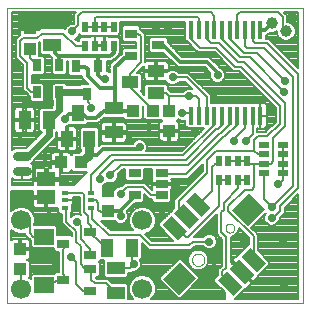
<source format=gtl>
G75*
G70*
%OFA0B0*%
%FSLAX24Y24*%
%IPPOS*%
%LPD*%
%AMOC8*
5,1,8,0,0,1.08239X$1,22.5*
%
%ADD10C,0.0000*%
%ADD11R,0.0728X0.0433*%
%ADD12R,0.0748X0.0787*%
%ADD13C,0.0669*%
%ADD14R,0.0276X0.0394*%
%ADD15R,0.0394X0.0420*%
%ADD16R,0.0591X0.0433*%
%ADD17R,0.0315X0.0394*%
%ADD18R,0.0394X0.0551*%
%ADD19R,0.0420X0.0394*%
%ADD20R,0.0433X0.0591*%
%ADD21R,0.0236X0.0157*%
%ADD22R,0.0394X0.0276*%
%ADD23R,0.0157X0.0591*%
%ADD24R,0.0394X0.0315*%
%ADD25R,0.0551X0.0394*%
%ADD26R,0.0197X0.0354*%
%ADD27R,0.0354X0.0197*%
%ADD28C,0.0315*%
%ADD29R,0.0670X0.0550*%
%ADD30R,0.0630X0.0460*%
%ADD31C,0.0079*%
%ADD32C,0.0276*%
%ADD33C,0.0063*%
%ADD34C,0.0394*%
%ADD35C,0.0118*%
%ADD36C,0.0236*%
%ADD37C,0.0071*%
D10*
X000841Y000938D02*
X000841Y010780D01*
X010684Y010780D01*
X010684Y000938D01*
X000841Y000938D01*
X006995Y002377D02*
X006997Y002405D01*
X007003Y002433D01*
X007012Y002459D01*
X007025Y002485D01*
X007041Y002508D01*
X007061Y002528D01*
X007083Y002546D01*
X007107Y002561D01*
X007133Y002572D01*
X007160Y002580D01*
X007188Y002584D01*
X007216Y002584D01*
X007244Y002580D01*
X007271Y002572D01*
X007297Y002561D01*
X007321Y002546D01*
X007343Y002528D01*
X007363Y002508D01*
X007379Y002485D01*
X007392Y002459D01*
X007401Y002433D01*
X007407Y002405D01*
X007409Y002377D01*
X007407Y002349D01*
X007401Y002321D01*
X007392Y002295D01*
X007379Y002269D01*
X007363Y002246D01*
X007343Y002226D01*
X007321Y002208D01*
X007297Y002193D01*
X007271Y002182D01*
X007244Y002174D01*
X007216Y002170D01*
X007188Y002170D01*
X007160Y002174D01*
X007133Y002182D01*
X007107Y002193D01*
X007083Y002208D01*
X007061Y002226D01*
X007041Y002246D01*
X007025Y002269D01*
X007012Y002295D01*
X007003Y002321D01*
X006997Y002349D01*
X006995Y002377D01*
X008112Y003435D02*
X008114Y003459D01*
X008120Y003482D01*
X008129Y003504D01*
X008142Y003524D01*
X008157Y003542D01*
X008176Y003557D01*
X008197Y003569D01*
X008219Y003577D01*
X008242Y003582D01*
X008266Y003583D01*
X008290Y003580D01*
X008312Y003573D01*
X008334Y003563D01*
X008354Y003550D01*
X008371Y003533D01*
X008385Y003514D01*
X008396Y003493D01*
X008404Y003470D01*
X008408Y003447D01*
X008408Y003423D01*
X008404Y003400D01*
X008396Y003377D01*
X008385Y003356D01*
X008371Y003337D01*
X008354Y003320D01*
X008334Y003307D01*
X008312Y003297D01*
X008290Y003290D01*
X008266Y003287D01*
X008242Y003288D01*
X008219Y003293D01*
X008197Y003301D01*
X008176Y003313D01*
X008157Y003328D01*
X008142Y003346D01*
X008129Y003366D01*
X008120Y003388D01*
X008114Y003411D01*
X008112Y003435D01*
D11*
G36*
X007299Y003812D02*
X006785Y004326D01*
X007091Y004632D01*
X007605Y004118D01*
X007299Y003812D01*
G37*
G36*
X006909Y003422D02*
X006395Y003936D01*
X006701Y004242D01*
X007215Y003728D01*
X006909Y003422D01*
G37*
G36*
X006520Y003032D02*
X006006Y003546D01*
X006312Y003852D01*
X006826Y003338D01*
X006520Y003032D01*
G37*
G36*
X008371Y001181D02*
X007857Y001695D01*
X008163Y002001D01*
X008677Y001487D01*
X008371Y001181D01*
G37*
G36*
X008761Y001571D02*
X008247Y002085D01*
X008553Y002391D01*
X009067Y001877D01*
X008761Y001571D01*
G37*
G36*
X009150Y001960D02*
X008636Y002474D01*
X008942Y002780D01*
X009456Y002266D01*
X009150Y001960D01*
G37*
D12*
G36*
X008868Y003514D02*
X008339Y004043D01*
X008894Y004598D01*
X009423Y004069D01*
X008868Y003514D01*
G37*
G36*
X006568Y001215D02*
X006039Y001744D01*
X006594Y002299D01*
X007123Y001770D01*
X006568Y001215D01*
G37*
D13*
X005339Y001410D03*
X005339Y003694D03*
X001304Y003694D03*
X001304Y001410D03*
D14*
X001830Y007958D03*
X002204Y007958D03*
X002578Y007958D03*
X002578Y008863D03*
X001830Y008863D03*
D15*
X001589Y009422D03*
X001589Y010091D03*
X006235Y007335D03*
X006235Y006666D03*
X004188Y004658D03*
X004188Y003989D03*
X001274Y002729D03*
X001274Y002060D03*
D16*
X004463Y002099D03*
X004463Y001272D03*
X004385Y006627D03*
X004385Y007454D03*
X002337Y009540D03*
X002337Y010367D03*
D17*
X003129Y008824D03*
X003877Y008824D03*
X003503Y007918D03*
D18*
X003204Y007276D03*
X003578Y006410D03*
X002830Y006410D03*
D19*
X002633Y005623D03*
X003302Y005623D03*
X005034Y007355D03*
X005704Y007355D03*
D20*
X002239Y007040D03*
X001412Y007040D03*
X004168Y002788D03*
X004995Y002788D03*
D21*
X003637Y004107D03*
X003637Y004363D03*
X003637Y004619D03*
X002770Y004619D03*
X002770Y004363D03*
X002770Y004107D03*
D22*
X005081Y004524D03*
X005081Y005272D03*
X005987Y005272D03*
X005987Y004898D03*
X005987Y004524D03*
D23*
X006973Y007188D03*
X007229Y007188D03*
X007485Y007188D03*
X007741Y007188D03*
X007997Y007188D03*
X008253Y007188D03*
X008509Y007188D03*
X008765Y007188D03*
X009020Y007188D03*
X009276Y007188D03*
X009276Y010042D03*
X009020Y010042D03*
X008765Y010042D03*
X008509Y010042D03*
X008253Y010042D03*
X007997Y010042D03*
X007741Y010042D03*
X007485Y010042D03*
X007229Y010042D03*
X006973Y010042D03*
D24*
X005869Y009544D03*
X004963Y009170D03*
X004963Y009918D03*
X003609Y003296D03*
X003609Y002548D03*
X003609Y002076D03*
X003609Y001328D03*
X002704Y001702D03*
X002704Y002922D03*
D25*
X005802Y007926D03*
X005802Y008674D03*
X004936Y008300D03*
D26*
X004385Y009521D03*
X004070Y009521D03*
X003755Y009521D03*
X003440Y009521D03*
X003440Y010150D03*
X003755Y010150D03*
X004070Y010150D03*
X004385Y010150D03*
X007889Y005662D03*
X008204Y005662D03*
X008519Y005662D03*
X008833Y005662D03*
X008833Y005032D03*
X008519Y005032D03*
X008204Y005032D03*
X007889Y005032D03*
D27*
X009385Y005269D03*
X009385Y005584D03*
X009385Y005898D03*
X009385Y006213D03*
X010015Y006213D03*
X010015Y005898D03*
X010015Y005584D03*
X010015Y005269D03*
D28*
X003558Y005879D02*
X003302Y005623D01*
X003558Y005879D02*
X003558Y006135D01*
X003578Y006233D01*
X003578Y006371D01*
X001491Y005830D02*
X001176Y005830D01*
X001176Y005337D02*
X001491Y005337D01*
D29*
X002062Y003151D03*
X002062Y001526D03*
D30*
X002141Y004457D03*
X002141Y005057D03*
D31*
X002180Y005032D02*
X003203Y005032D01*
X003280Y005109D02*
X002595Y005109D01*
X002595Y005096D02*
X002180Y005096D01*
X002180Y005017D01*
X002595Y005017D01*
X002595Y004875D01*
X003046Y004875D01*
X003479Y005308D01*
X003043Y005308D01*
X002974Y005377D01*
X002974Y005377D01*
X002973Y005372D01*
X002954Y005340D01*
X002928Y005315D01*
X002896Y005296D01*
X002861Y005287D01*
X002672Y005287D01*
X002672Y005584D01*
X002593Y005584D01*
X002283Y005584D01*
X002283Y005426D01*
X002180Y005426D01*
X002180Y005096D01*
X002101Y005096D01*
X002101Y005017D01*
X001686Y005017D01*
X001686Y004875D01*
X000981Y004875D01*
X000981Y005113D01*
X000987Y005107D01*
X001035Y005074D01*
X001089Y005052D01*
X001147Y005041D01*
X001324Y005041D01*
X001324Y005328D01*
X001343Y005328D01*
X001343Y005041D01*
X001520Y005041D01*
X001578Y005052D01*
X001632Y005074D01*
X001680Y005107D01*
X001686Y005113D01*
X001686Y005096D01*
X002101Y005096D01*
X002101Y005426D01*
X001807Y005426D01*
X001778Y005418D01*
X001776Y005424D01*
X001754Y005478D01*
X001722Y005527D01*
X001680Y005568D01*
X001642Y005594D01*
X001647Y005596D01*
X001725Y005673D01*
X001740Y005711D01*
X002475Y006446D01*
X002475Y006627D01*
X002493Y006627D01*
X002493Y006450D01*
X002790Y006450D01*
X002790Y006824D01*
X002821Y006824D01*
X002915Y006863D01*
X002947Y006894D01*
X002958Y006883D01*
X003449Y006883D01*
X003508Y006942D01*
X003787Y006942D01*
X003854Y006937D01*
X003860Y006942D01*
X003867Y006942D01*
X003915Y006989D01*
X004066Y007119D01*
X004706Y007119D01*
X004706Y007109D01*
X004775Y007040D01*
X005293Y007040D01*
X005362Y007109D01*
X005362Y007504D01*
X005375Y007491D01*
X005375Y007109D01*
X005445Y007040D01*
X005956Y007040D01*
X005989Y007007D01*
X005989Y007007D01*
X005984Y007006D01*
X005953Y006988D01*
X005927Y006962D01*
X005908Y006930D01*
X005899Y006895D01*
X005899Y006706D01*
X006196Y006706D01*
X006196Y006627D01*
X006274Y006627D01*
X006274Y006317D01*
X006450Y006317D01*
X006486Y006326D01*
X006517Y006345D01*
X006543Y006371D01*
X006562Y006402D01*
X006571Y006438D01*
X006571Y006627D01*
X006274Y006627D01*
X006274Y006706D01*
X006571Y006706D01*
X006571Y006895D01*
X006562Y006930D01*
X006543Y006962D01*
X006517Y006988D01*
X006486Y007006D01*
X006481Y007007D01*
X006530Y007057D01*
X006617Y007021D01*
X006719Y007021D01*
X006776Y007044D01*
X006776Y006844D01*
X006846Y006774D01*
X007101Y006774D01*
X007101Y006775D01*
X007101Y006774D01*
X007357Y006774D01*
X007357Y006775D01*
X007357Y006774D01*
X007411Y006774D01*
X006646Y006009D01*
X005476Y006009D01*
X005507Y006084D01*
X005507Y006186D01*
X005468Y006280D01*
X005396Y006352D01*
X005302Y006391D01*
X005200Y006391D01*
X005106Y006352D01*
X005034Y006280D01*
X005015Y006233D01*
X003957Y006233D01*
X003893Y006169D01*
X003893Y006735D01*
X003823Y006804D01*
X003332Y006804D01*
X003263Y006735D01*
X003263Y006086D01*
X003282Y006066D01*
X003282Y005993D01*
X003227Y005938D01*
X003043Y005938D01*
X002974Y005869D01*
X002974Y005869D01*
X002973Y005874D01*
X002954Y005905D01*
X002928Y005931D01*
X002896Y005950D01*
X002861Y005959D01*
X002672Y005959D01*
X002672Y005662D01*
X002593Y005662D01*
X002593Y005584D01*
X002593Y005311D01*
X002595Y005305D01*
X002595Y005096D01*
X002595Y005186D02*
X003357Y005186D01*
X003435Y005263D02*
X002595Y005263D01*
X002593Y005341D02*
X002672Y005341D01*
X002672Y005418D02*
X002593Y005418D01*
X002593Y005495D02*
X002672Y005495D01*
X002672Y005572D02*
X002593Y005572D01*
X002593Y005650D02*
X001701Y005650D01*
X001674Y005572D02*
X002283Y005572D01*
X002283Y005495D02*
X001743Y005495D01*
X001756Y005727D02*
X002283Y005727D01*
X002283Y005662D02*
X002593Y005662D01*
X002593Y005959D01*
X002404Y005959D01*
X002369Y005950D01*
X002337Y005931D01*
X002311Y005905D01*
X002293Y005874D01*
X002283Y005838D01*
X002283Y005662D01*
X002283Y005804D02*
X001833Y005804D01*
X001910Y005881D02*
X002297Y005881D01*
X002402Y005958D02*
X001987Y005958D01*
X002065Y006036D02*
X002535Y006036D01*
X002547Y006023D02*
X002521Y006049D01*
X002503Y006081D01*
X002493Y006116D01*
X002493Y006371D01*
X002790Y006371D01*
X002790Y006450D01*
X002869Y006450D01*
X002869Y006825D01*
X003045Y006825D01*
X003080Y006816D01*
X003112Y006797D01*
X003138Y006771D01*
X003156Y006740D01*
X003166Y006704D01*
X003166Y006450D01*
X002869Y006450D01*
X002869Y006371D01*
X003166Y006371D01*
X003166Y006116D01*
X003156Y006081D01*
X003138Y006049D01*
X003112Y006023D01*
X003080Y006005D01*
X003045Y005995D01*
X002869Y005995D01*
X002869Y006371D01*
X002790Y006371D01*
X002790Y005995D01*
X002614Y005995D01*
X002579Y006005D01*
X002547Y006023D01*
X002593Y005958D02*
X002672Y005958D01*
X002672Y005881D02*
X002593Y005881D01*
X002593Y005804D02*
X002672Y005804D01*
X002672Y005727D02*
X002593Y005727D01*
X002863Y005958D02*
X003248Y005958D01*
X003282Y006036D02*
X003124Y006036D01*
X003165Y006113D02*
X003263Y006113D01*
X003263Y006190D02*
X003166Y006190D01*
X003166Y006267D02*
X003263Y006267D01*
X003263Y006345D02*
X003166Y006345D01*
X003263Y006422D02*
X002869Y006422D01*
X002869Y006499D02*
X002790Y006499D01*
X002790Y006422D02*
X002451Y006422D01*
X002475Y006499D02*
X002493Y006499D01*
X002493Y006576D02*
X002475Y006576D01*
X002493Y006345D02*
X002374Y006345D01*
X002296Y006267D02*
X002493Y006267D01*
X002493Y006190D02*
X002219Y006190D01*
X002142Y006113D02*
X002494Y006113D01*
X002790Y006113D02*
X002869Y006113D01*
X002869Y006190D02*
X002790Y006190D01*
X002790Y006267D02*
X002869Y006267D01*
X002869Y006345D02*
X002790Y006345D01*
X002790Y006576D02*
X002869Y006576D01*
X002869Y006654D02*
X002790Y006654D01*
X002790Y006731D02*
X002869Y006731D01*
X002869Y006808D02*
X002790Y006808D01*
X002938Y006885D02*
X002955Y006885D01*
X003093Y006808D02*
X003950Y006808D01*
X003950Y006862D02*
X003950Y006666D01*
X004345Y006666D01*
X004345Y006587D01*
X004424Y006587D01*
X004424Y006271D01*
X004698Y006271D01*
X004734Y006280D01*
X004765Y006299D01*
X004791Y006325D01*
X004810Y006356D01*
X004819Y006392D01*
X004819Y006587D01*
X004424Y006587D01*
X004424Y006666D01*
X004819Y006666D01*
X004819Y006862D01*
X004810Y006897D01*
X004791Y006929D01*
X004765Y006955D01*
X004734Y006973D01*
X004698Y006983D01*
X004424Y006983D01*
X004424Y006666D01*
X004345Y006666D01*
X004345Y006983D01*
X004071Y006983D01*
X004036Y006973D01*
X004004Y006955D01*
X003978Y006929D01*
X003959Y006897D01*
X003950Y006862D01*
X003956Y006885D02*
X003452Y006885D01*
X003263Y006731D02*
X003159Y006731D01*
X003166Y006654D02*
X003263Y006654D01*
X003263Y006576D02*
X003166Y006576D01*
X003166Y006499D02*
X003263Y006499D01*
X002869Y006036D02*
X002790Y006036D01*
X002968Y005881D02*
X002986Y005881D01*
X002954Y005341D02*
X003010Y005341D01*
X003126Y004954D02*
X002595Y004954D01*
X002595Y004877D02*
X003048Y004877D01*
X002180Y005109D02*
X002101Y005109D01*
X002101Y005186D02*
X002180Y005186D01*
X002180Y005263D02*
X002101Y005263D01*
X002101Y005341D02*
X002180Y005341D01*
X002180Y005418D02*
X002101Y005418D01*
X002101Y005032D02*
X000981Y005032D01*
X000981Y005109D02*
X000985Y005109D01*
X000981Y004954D02*
X001686Y004954D01*
X001686Y004877D02*
X000981Y004877D01*
X001324Y005109D02*
X001343Y005109D01*
X001343Y005186D02*
X001324Y005186D01*
X001324Y005263D02*
X001343Y005263D01*
X001682Y005109D02*
X001686Y005109D01*
X000981Y006024D02*
X000981Y010641D01*
X001914Y010641D01*
X001912Y010637D01*
X001903Y010602D01*
X001903Y010406D01*
X002298Y010406D01*
X002298Y010328D01*
X001923Y010328D01*
X001916Y010355D01*
X001898Y010387D01*
X001872Y010413D01*
X001840Y010431D01*
X001805Y010441D01*
X001629Y010441D01*
X001629Y010131D01*
X001550Y010131D01*
X001550Y010441D01*
X001374Y010441D01*
X001339Y010431D01*
X001307Y010413D01*
X001281Y010387D01*
X001263Y010355D01*
X001253Y010320D01*
X001253Y010131D01*
X001550Y010131D01*
X001550Y010052D01*
X001253Y010052D01*
X001253Y009868D01*
X001212Y009828D01*
X001125Y009740D01*
X001125Y009104D01*
X001361Y008868D01*
X001361Y008041D01*
X001479Y007923D01*
X001567Y007835D01*
X001574Y007835D01*
X001574Y007712D01*
X001643Y007643D01*
X001992Y007643D01*
X002012Y007631D01*
X002047Y007621D01*
X002174Y007621D01*
X002174Y007928D01*
X002233Y007928D01*
X002233Y007621D01*
X002341Y007621D01*
X002341Y007477D01*
X002318Y007454D01*
X001974Y007454D01*
X001904Y007384D01*
X001904Y006696D01*
X001974Y006627D01*
X001988Y006627D01*
X001466Y006105D01*
X001121Y006105D01*
X001020Y006063D01*
X000981Y006024D01*
X000981Y006036D02*
X000992Y006036D01*
X000981Y006113D02*
X001474Y006113D01*
X001551Y006190D02*
X000981Y006190D01*
X000981Y006267D02*
X001628Y006267D01*
X001705Y006345D02*
X000981Y006345D01*
X000981Y006422D02*
X001783Y006422D01*
X001860Y006499D02*
X000981Y006499D01*
X000981Y006576D02*
X001937Y006576D01*
X001947Y006654D02*
X001735Y006654D01*
X001740Y006659D02*
X001759Y006691D01*
X001768Y006727D01*
X001768Y007001D01*
X001452Y007001D01*
X001452Y007080D01*
X001768Y007080D01*
X001768Y007354D01*
X001759Y007389D01*
X001740Y007421D01*
X001714Y007447D01*
X001683Y007465D01*
X001647Y007475D01*
X001452Y007475D01*
X001452Y007080D01*
X001373Y007080D01*
X001373Y007475D01*
X001177Y007475D01*
X001142Y007465D01*
X001110Y007447D01*
X001084Y007421D01*
X001066Y007389D01*
X001056Y007354D01*
X001056Y007080D01*
X001373Y007080D01*
X001373Y007001D01*
X001452Y007001D01*
X001452Y006606D01*
X001647Y006606D01*
X001683Y006615D01*
X001714Y006633D01*
X001740Y006659D01*
X001768Y006731D02*
X001904Y006731D01*
X001904Y006808D02*
X001768Y006808D01*
X001768Y006885D02*
X001904Y006885D01*
X001904Y006963D02*
X001768Y006963D01*
X001768Y007117D02*
X001904Y007117D01*
X001904Y007040D02*
X001452Y007040D01*
X001452Y007117D02*
X001373Y007117D01*
X001373Y007040D02*
X000981Y007040D01*
X000981Y007117D02*
X001056Y007117D01*
X001056Y007194D02*
X000981Y007194D01*
X000981Y007272D02*
X001056Y007272D01*
X001056Y007349D02*
X000981Y007349D01*
X000981Y007426D02*
X001089Y007426D01*
X000981Y007503D02*
X002341Y007503D01*
X002341Y007581D02*
X000981Y007581D01*
X000981Y007658D02*
X001628Y007658D01*
X001574Y007735D02*
X000981Y007735D01*
X000981Y007812D02*
X001574Y007812D01*
X001513Y007889D02*
X000981Y007889D01*
X000981Y007967D02*
X001436Y007967D01*
X001361Y008044D02*
X000981Y008044D01*
X000981Y008121D02*
X001361Y008121D01*
X001361Y008198D02*
X000981Y008198D01*
X000981Y008276D02*
X001361Y008276D01*
X001361Y008353D02*
X000981Y008353D01*
X000981Y008430D02*
X001361Y008430D01*
X001361Y008507D02*
X000981Y008507D01*
X000981Y008585D02*
X001361Y008585D01*
X001361Y008662D02*
X000981Y008662D01*
X000981Y008739D02*
X001361Y008739D01*
X001361Y008816D02*
X000981Y008816D01*
X000981Y008894D02*
X001335Y008894D01*
X001258Y008971D02*
X000981Y008971D01*
X000981Y009048D02*
X001181Y009048D01*
X001125Y009125D02*
X000981Y009125D01*
X000981Y009203D02*
X001125Y009203D01*
X001125Y009280D02*
X000981Y009280D01*
X000981Y009357D02*
X001125Y009357D01*
X001125Y009434D02*
X000981Y009434D01*
X000981Y009512D02*
X001125Y009512D01*
X001125Y009589D02*
X000981Y009589D01*
X000981Y009666D02*
X001125Y009666D01*
X001128Y009743D02*
X000981Y009743D01*
X000981Y009820D02*
X001205Y009820D01*
X001253Y009898D02*
X000981Y009898D01*
X000981Y009975D02*
X001253Y009975D01*
X001253Y010207D02*
X000981Y010207D01*
X000981Y010284D02*
X001253Y010284D01*
X001266Y010361D02*
X000981Y010361D01*
X000981Y010438D02*
X001365Y010438D01*
X001550Y010438D02*
X001629Y010438D01*
X001629Y010361D02*
X001550Y010361D01*
X001550Y010284D02*
X001629Y010284D01*
X001629Y010207D02*
X001550Y010207D01*
X001550Y010129D02*
X000981Y010129D01*
X000981Y010052D02*
X001550Y010052D01*
X001629Y010052D02*
X001909Y010052D01*
X001629Y010052D01*
X001629Y010131D01*
X001903Y010131D01*
X001912Y010097D01*
X001931Y010065D01*
X001932Y010064D01*
X001921Y010064D01*
X001909Y010052D01*
X001903Y010129D02*
X001629Y010129D01*
X001913Y010361D02*
X002298Y010361D01*
X002377Y010361D02*
X003054Y010361D01*
X003054Y010284D02*
X002772Y010284D01*
X002772Y010328D02*
X002377Y010328D01*
X002377Y010406D01*
X002772Y010406D01*
X002772Y010602D01*
X002763Y010637D01*
X002760Y010641D01*
X003128Y010641D01*
X003054Y010567D01*
X003054Y010252D01*
X003051Y010249D01*
X002956Y010249D01*
X002862Y010210D01*
X002790Y010138D01*
X002757Y010060D01*
X002754Y010064D01*
X002750Y010064D01*
X002747Y010067D01*
X002745Y010067D01*
X002763Y010097D01*
X002772Y010132D01*
X002772Y010328D01*
X002772Y010438D02*
X003054Y010438D01*
X003054Y010516D02*
X002772Y010516D01*
X002772Y010593D02*
X003080Y010593D01*
X002859Y010207D02*
X002772Y010207D01*
X002771Y010129D02*
X002786Y010129D01*
X003093Y009752D02*
X003152Y009776D01*
X003224Y009848D01*
X003246Y009902D01*
X003292Y009855D01*
X003587Y009855D01*
X003597Y009865D01*
X003607Y009855D01*
X003902Y009855D01*
X003912Y009865D01*
X003922Y009855D01*
X004217Y009855D01*
X004227Y009865D01*
X004237Y009855D01*
X004532Y009855D01*
X004601Y009924D01*
X004601Y010316D01*
X006776Y010316D01*
X006776Y009698D01*
X006846Y009629D01*
X006860Y009629D01*
X007109Y009380D01*
X007197Y009292D01*
X007748Y009292D01*
X008378Y008662D01*
X008575Y008662D01*
X008074Y008662D01*
X008066Y008681D02*
X007994Y008753D01*
X007938Y008776D01*
X007923Y008792D01*
X007568Y009147D01*
X006663Y009147D01*
X006184Y009625D01*
X006184Y009751D01*
X006115Y009820D01*
X005623Y009820D01*
X005554Y009751D01*
X005554Y009338D01*
X005623Y009269D01*
X006040Y009269D01*
X006412Y008896D01*
X006516Y008792D01*
X007421Y008792D01*
X007603Y008611D01*
X007593Y008587D01*
X007593Y008485D01*
X007632Y008391D01*
X007704Y008319D01*
X007798Y008280D01*
X007900Y008280D01*
X007994Y008319D01*
X008066Y008391D01*
X008105Y008485D01*
X008105Y008587D01*
X008066Y008681D01*
X008008Y008739D02*
X008301Y008739D01*
X008224Y008816D02*
X007898Y008816D01*
X007821Y008894D02*
X008146Y008894D01*
X008069Y008971D02*
X007744Y008971D01*
X007667Y009048D02*
X007992Y009048D01*
X007915Y009125D02*
X007589Y009125D01*
X007760Y009280D02*
X006529Y009280D01*
X006452Y009357D02*
X007132Y009357D01*
X007055Y009434D02*
X006375Y009434D01*
X006298Y009512D02*
X006977Y009512D01*
X006900Y009589D02*
X006220Y009589D01*
X006184Y009666D02*
X006808Y009666D01*
X006776Y009743D02*
X006184Y009743D01*
X006106Y009203D02*
X005440Y009203D01*
X005440Y009280D02*
X005612Y009280D01*
X005554Y009357D02*
X005440Y009357D01*
X005440Y009434D02*
X005554Y009434D01*
X005554Y009512D02*
X005440Y009512D01*
X005440Y009589D02*
X005554Y009589D01*
X005554Y009666D02*
X005440Y009666D01*
X005440Y009743D02*
X005554Y009743D01*
X005440Y009820D02*
X006776Y009820D01*
X006776Y009898D02*
X005439Y009898D01*
X005440Y009897D02*
X005361Y009976D01*
X005278Y010059D01*
X005278Y010125D01*
X005209Y010194D01*
X004718Y010194D01*
X004648Y010125D01*
X004648Y009712D01*
X004718Y009643D01*
X005141Y009643D01*
X005141Y009446D01*
X004718Y009446D01*
X004648Y009377D01*
X004648Y009253D01*
X004356Y008989D01*
X004351Y008989D01*
X004302Y008940D01*
X004251Y008894D01*
X004251Y008889D01*
X004247Y008885D01*
X004247Y008816D01*
X004152Y008816D01*
X004152Y008739D02*
X004247Y008739D01*
X004247Y008744D02*
X004247Y008638D01*
X004160Y008674D01*
X004152Y008674D01*
X004152Y008989D01*
X004340Y008989D01*
X004562Y009211D01*
X004562Y009255D01*
X004601Y009294D01*
X004601Y009747D01*
X004532Y009816D01*
X004242Y009816D01*
X004222Y009828D01*
X004186Y009837D01*
X004080Y009837D01*
X004080Y009530D01*
X004060Y009530D01*
X004060Y009511D01*
X003832Y009511D01*
X003765Y009511D01*
X003765Y009530D01*
X004060Y009530D01*
X004060Y009837D01*
X003953Y009837D01*
X003917Y009828D01*
X003912Y009825D01*
X003907Y009828D01*
X003871Y009837D01*
X003765Y009837D01*
X003765Y009530D01*
X003745Y009530D01*
X003745Y009837D01*
X003638Y009837D01*
X003603Y009828D01*
X003582Y009816D01*
X003292Y009816D01*
X003223Y009747D01*
X003223Y009670D01*
X003183Y009670D01*
X003093Y009752D01*
X003102Y009743D02*
X003223Y009743D01*
X003196Y009820D02*
X003590Y009820D01*
X003745Y009820D02*
X003765Y009820D01*
X003765Y009743D02*
X003745Y009743D01*
X003745Y009666D02*
X003765Y009666D01*
X003765Y009589D02*
X003745Y009589D01*
X003765Y009512D02*
X004060Y009512D01*
X004060Y009589D02*
X004080Y009589D01*
X004080Y009666D02*
X004060Y009666D01*
X004060Y009743D02*
X004080Y009743D01*
X004080Y009820D02*
X004060Y009820D01*
X004234Y009820D02*
X004648Y009820D01*
X004648Y009743D02*
X004601Y009743D01*
X004601Y009666D02*
X004694Y009666D01*
X004601Y009589D02*
X005141Y009589D01*
X005141Y009512D02*
X004601Y009512D01*
X004601Y009434D02*
X004706Y009434D01*
X004648Y009357D02*
X004601Y009357D01*
X004587Y009280D02*
X004648Y009280D01*
X004593Y009203D02*
X004553Y009203D01*
X004507Y009125D02*
X004476Y009125D01*
X004422Y009048D02*
X004399Y009048D01*
X004332Y008971D02*
X004152Y008971D01*
X004152Y008894D02*
X004251Y008894D01*
X004247Y008816D02*
X004243Y008748D01*
X004247Y008744D01*
X004247Y008662D02*
X004189Y008662D01*
X003532Y008233D02*
X003296Y008233D01*
X003257Y008194D01*
X002833Y008194D01*
X002833Y008203D01*
X002764Y008272D01*
X002416Y008272D01*
X002395Y008284D01*
X002360Y008294D01*
X002233Y008294D01*
X002233Y007987D01*
X002174Y007987D01*
X002174Y008294D01*
X002047Y008294D01*
X002012Y008284D01*
X001992Y008272D01*
X001660Y008272D01*
X001660Y008548D01*
X002016Y008548D01*
X002085Y008617D01*
X002085Y009109D01*
X002016Y009178D01*
X001904Y009178D01*
X001904Y009624D01*
X001924Y009644D01*
X001924Y009275D01*
X001993Y009206D01*
X002244Y009206D01*
X002331Y009119D01*
X002322Y009109D01*
X002322Y008617D01*
X002391Y008548D01*
X002764Y008548D01*
X002833Y008617D01*
X002833Y008989D01*
X002853Y008989D01*
X002853Y008578D01*
X002922Y008509D01*
X003335Y008509D01*
X003341Y008515D01*
X003341Y008424D01*
X003445Y008320D01*
X003532Y008233D01*
X003489Y008276D02*
X002410Y008276D01*
X002233Y008276D02*
X002174Y008276D01*
X002174Y008198D02*
X002233Y008198D01*
X002233Y008121D02*
X002174Y008121D01*
X002174Y008044D02*
X002233Y008044D01*
X002233Y007889D02*
X002174Y007889D01*
X002174Y007812D02*
X002233Y007812D01*
X002233Y007735D02*
X002174Y007735D01*
X002174Y007658D02*
X002233Y007658D01*
X001946Y007426D02*
X001735Y007426D01*
X001768Y007349D02*
X001904Y007349D01*
X001904Y007272D02*
X001768Y007272D01*
X001768Y007194D02*
X001904Y007194D01*
X001452Y007194D02*
X001373Y007194D01*
X001373Y007272D02*
X001452Y007272D01*
X001452Y007349D02*
X001373Y007349D01*
X001373Y007426D02*
X001452Y007426D01*
X001373Y007001D02*
X001056Y007001D01*
X001056Y006727D01*
X001066Y006691D01*
X001084Y006659D01*
X001110Y006633D01*
X001142Y006615D01*
X001177Y006606D01*
X001373Y006606D01*
X001373Y007001D01*
X001373Y006963D02*
X001452Y006963D01*
X001452Y006885D02*
X001373Y006885D01*
X001373Y006808D02*
X001452Y006808D01*
X001452Y006731D02*
X001373Y006731D01*
X001373Y006654D02*
X001452Y006654D01*
X001090Y006654D02*
X000981Y006654D01*
X000981Y006731D02*
X001056Y006731D01*
X001056Y006808D02*
X000981Y006808D01*
X000981Y006885D02*
X001056Y006885D01*
X001056Y006963D02*
X000981Y006963D01*
X001660Y008276D02*
X001997Y008276D01*
X002053Y008585D02*
X002354Y008585D01*
X002322Y008662D02*
X002085Y008662D01*
X002085Y008739D02*
X002322Y008739D01*
X002322Y008816D02*
X002085Y008816D01*
X002085Y008894D02*
X002322Y008894D01*
X002322Y008971D02*
X002085Y008971D01*
X002085Y009048D02*
X002322Y009048D01*
X002325Y009125D02*
X002069Y009125D01*
X001904Y009203D02*
X002247Y009203D01*
X001924Y009280D02*
X001904Y009280D01*
X001904Y009357D02*
X001924Y009357D01*
X001924Y009434D02*
X001904Y009434D01*
X001904Y009512D02*
X001924Y009512D01*
X001924Y009589D02*
X001904Y009589D01*
X001903Y010438D02*
X001813Y010438D01*
X001903Y010516D02*
X000981Y010516D01*
X000981Y010593D02*
X001903Y010593D01*
X003244Y009898D02*
X003250Y009898D01*
X002853Y008971D02*
X002833Y008971D01*
X002833Y008894D02*
X002853Y008894D01*
X002853Y008816D02*
X002833Y008816D01*
X002833Y008739D02*
X002853Y008739D01*
X002853Y008662D02*
X002833Y008662D01*
X002853Y008585D02*
X002801Y008585D01*
X002833Y008198D02*
X003262Y008198D01*
X003412Y008353D02*
X001660Y008353D01*
X001660Y008430D02*
X003341Y008430D01*
X003341Y008507D02*
X001660Y008507D01*
X003888Y006963D02*
X004017Y006963D01*
X003974Y007040D02*
X005957Y007040D01*
X005927Y006963D02*
X004752Y006963D01*
X004813Y006885D02*
X005899Y006885D01*
X005899Y006808D02*
X004819Y006808D01*
X004819Y006731D02*
X005899Y006731D01*
X005899Y006627D02*
X005899Y006438D01*
X005908Y006402D01*
X005927Y006371D01*
X005953Y006345D01*
X005403Y006345D01*
X005473Y006267D02*
X006904Y006267D01*
X006827Y006190D02*
X005505Y006190D01*
X005507Y006113D02*
X006750Y006113D01*
X006673Y006036D02*
X005487Y006036D01*
X005903Y006422D02*
X004819Y006422D01*
X004819Y006499D02*
X005899Y006499D01*
X005899Y006576D02*
X004819Y006576D01*
X004803Y006345D02*
X005099Y006345D01*
X005029Y006267D02*
X003893Y006267D01*
X003893Y006190D02*
X003914Y006190D01*
X004004Y006299D02*
X003978Y006325D01*
X003959Y006356D01*
X003950Y006392D01*
X003950Y006587D01*
X004345Y006587D01*
X004345Y006271D01*
X004071Y006271D01*
X004036Y006280D01*
X004004Y006299D01*
X003966Y006345D02*
X003893Y006345D01*
X003893Y006422D02*
X003950Y006422D01*
X003950Y006499D02*
X003893Y006499D01*
X003893Y006576D02*
X003950Y006576D01*
X003893Y006654D02*
X004345Y006654D01*
X004345Y006731D02*
X004424Y006731D01*
X004424Y006808D02*
X004345Y006808D01*
X004345Y006885D02*
X004424Y006885D01*
X004424Y006963D02*
X004345Y006963D01*
X004424Y006654D02*
X006196Y006654D01*
X006196Y006627D02*
X005899Y006627D01*
X005953Y006345D02*
X005984Y006326D01*
X006020Y006317D01*
X006196Y006317D01*
X006196Y006627D01*
X006196Y006576D02*
X006274Y006576D01*
X006274Y006499D02*
X006196Y006499D01*
X006196Y006422D02*
X006274Y006422D01*
X006274Y006345D02*
X006196Y006345D01*
X006274Y006654D02*
X007290Y006654D01*
X007213Y006576D02*
X006571Y006576D01*
X006571Y006499D02*
X007136Y006499D01*
X007059Y006422D02*
X006567Y006422D01*
X006517Y006345D02*
X006981Y006345D01*
X007368Y006731D02*
X006571Y006731D01*
X006571Y006808D02*
X006812Y006808D01*
X006776Y006885D02*
X006571Y006885D01*
X006543Y006963D02*
X006776Y006963D01*
X006766Y007040D02*
X006776Y007040D01*
X006571Y007040D02*
X006513Y007040D01*
X006481Y007007D02*
X006481Y007007D01*
X006297Y007977D02*
X006199Y008076D01*
X006196Y008076D01*
X006196Y008172D01*
X006126Y008241D01*
X005477Y008241D01*
X005408Y008172D01*
X005408Y007882D01*
X005283Y008007D01*
X005330Y008054D01*
X005330Y008546D01*
X005260Y008615D01*
X005173Y008615D01*
X005387Y008853D01*
X005387Y008713D01*
X005763Y008713D01*
X005763Y008635D01*
X005841Y008635D01*
X005841Y008338D01*
X006096Y008338D01*
X006123Y008345D01*
X006136Y008313D01*
X006208Y008241D01*
X006302Y008202D01*
X006404Y008202D01*
X006498Y008241D01*
X006565Y008308D01*
X006764Y008308D01*
X007011Y008060D01*
X006955Y008084D01*
X006853Y008084D01*
X006759Y008045D01*
X006692Y007977D01*
X006297Y007977D01*
X006230Y008044D02*
X006759Y008044D01*
X006873Y008198D02*
X006169Y008198D01*
X006173Y008276D02*
X005330Y008276D01*
X005330Y008353D02*
X005463Y008353D01*
X005473Y008347D02*
X005508Y008338D01*
X005763Y008338D01*
X005763Y008635D01*
X005387Y008635D01*
X005387Y008459D01*
X005397Y008423D01*
X005415Y008392D01*
X005441Y008366D01*
X005473Y008347D01*
X005395Y008430D02*
X005330Y008430D01*
X005330Y008507D02*
X005387Y008507D01*
X005387Y008585D02*
X005291Y008585D01*
X005215Y008662D02*
X005763Y008662D01*
X005763Y008713D02*
X005763Y009010D01*
X005508Y009010D01*
X005473Y009001D01*
X005441Y008982D01*
X005440Y008981D01*
X005440Y009897D01*
X005362Y009975D02*
X006776Y009975D01*
X006776Y010052D02*
X005285Y010052D01*
X005273Y010129D02*
X006776Y010129D01*
X006776Y010207D02*
X004601Y010207D01*
X004601Y010284D02*
X006776Y010284D01*
X006607Y009203D02*
X007837Y009203D01*
X007475Y008739D02*
X006217Y008739D01*
X006217Y008713D02*
X006217Y008889D01*
X006207Y008925D01*
X006189Y008956D01*
X006163Y008982D01*
X006131Y009001D01*
X006096Y009010D01*
X005841Y009010D01*
X005841Y008713D01*
X006217Y008713D01*
X006208Y008674D02*
X006168Y008635D01*
X005841Y008635D01*
X005841Y008713D01*
X005763Y008713D01*
X005763Y008739D02*
X005841Y008739D01*
X005841Y008662D02*
X006196Y008662D01*
X006208Y008674D02*
X006302Y008713D01*
X006404Y008713D01*
X006498Y008674D01*
X006565Y008607D01*
X006888Y008607D01*
X006975Y008519D01*
X007635Y007860D01*
X007635Y007601D01*
X007869Y007601D01*
X007869Y007601D01*
X007869Y007601D01*
X008125Y007601D01*
X008125Y007601D01*
X008125Y007601D01*
X008380Y007601D01*
X008381Y007601D01*
X008381Y007601D01*
X008636Y007601D01*
X008637Y007601D01*
X008637Y007601D01*
X008892Y007601D01*
X008893Y007601D01*
X008893Y007601D01*
X009123Y007601D01*
X009144Y007613D01*
X009179Y007622D01*
X009276Y007622D01*
X009276Y007188D01*
X009276Y007188D01*
X009276Y007188D01*
X009276Y006753D01*
X009179Y006753D01*
X009170Y006756D01*
X009170Y006639D01*
X009441Y006639D01*
X009786Y006984D01*
X009786Y007451D01*
X008575Y008662D01*
X008652Y008585D02*
X008105Y008585D01*
X008105Y008507D02*
X008729Y008507D01*
X008807Y008430D02*
X008082Y008430D01*
X008028Y008353D02*
X008884Y008353D01*
X008961Y008276D02*
X007219Y008276D01*
X007142Y008353D02*
X007671Y008353D01*
X007616Y008430D02*
X007065Y008430D01*
X006987Y008507D02*
X007593Y008507D01*
X007593Y008585D02*
X006910Y008585D01*
X006796Y008276D02*
X006533Y008276D01*
X006196Y008121D02*
X006950Y008121D01*
X007296Y008198D02*
X009038Y008198D01*
X009116Y008121D02*
X007373Y008121D01*
X007451Y008044D02*
X009193Y008044D01*
X009270Y007967D02*
X007528Y007967D01*
X007605Y007889D02*
X009347Y007889D01*
X009425Y007812D02*
X007635Y007812D01*
X007635Y007735D02*
X009502Y007735D01*
X009579Y007658D02*
X007635Y007658D01*
X007552Y008662D02*
X006511Y008662D01*
X006492Y008816D02*
X006217Y008816D01*
X006216Y008894D02*
X006415Y008894D01*
X006337Y008971D02*
X006175Y008971D01*
X006260Y009048D02*
X005440Y009048D01*
X005440Y009125D02*
X006183Y009125D01*
X005841Y008971D02*
X005763Y008971D01*
X005763Y008894D02*
X005841Y008894D01*
X005841Y008816D02*
X005763Y008816D01*
X005763Y008585D02*
X005841Y008585D01*
X005841Y008507D02*
X005763Y008507D01*
X005763Y008430D02*
X005841Y008430D01*
X005841Y008353D02*
X005763Y008353D01*
X005435Y008198D02*
X005330Y008198D01*
X005330Y008121D02*
X005408Y008121D01*
X005408Y008044D02*
X005319Y008044D01*
X005323Y007967D02*
X005408Y007967D01*
X005400Y007889D02*
X005408Y007889D01*
X005362Y007503D02*
X005364Y007503D01*
X005362Y007426D02*
X005375Y007426D01*
X005375Y007349D02*
X005362Y007349D01*
X005362Y007272D02*
X005375Y007272D01*
X005375Y007194D02*
X005362Y007194D01*
X005362Y007117D02*
X005375Y007117D01*
X004706Y007117D02*
X004064Y007117D01*
X003950Y006731D02*
X003893Y006731D01*
X004345Y006576D02*
X004424Y006576D01*
X004424Y006499D02*
X004345Y006499D01*
X004345Y006422D02*
X004424Y006422D01*
X004424Y006345D02*
X004345Y006345D01*
X005284Y008739D02*
X005387Y008739D01*
X005387Y008816D02*
X005354Y008816D01*
X004648Y009898D02*
X004575Y009898D01*
X004601Y009975D02*
X004648Y009975D01*
X004648Y010052D02*
X004601Y010052D01*
X004601Y010129D02*
X004653Y010129D01*
X009170Y006731D02*
X009533Y006731D01*
X009467Y006807D02*
X009485Y006839D01*
X009494Y006874D01*
X009494Y007188D01*
X009494Y007501D01*
X009485Y007537D01*
X009467Y007569D01*
X009441Y007595D01*
X009409Y007613D01*
X009373Y007622D01*
X009276Y007622D01*
X009276Y007188D01*
X009494Y007188D01*
X009276Y007188D01*
X009276Y007188D01*
X009276Y006753D01*
X009373Y006753D01*
X009409Y006763D01*
X009441Y006781D01*
X009467Y006807D01*
X009467Y006808D02*
X009610Y006808D01*
X009688Y006885D02*
X009494Y006885D01*
X009494Y006963D02*
X009765Y006963D01*
X009786Y007040D02*
X009494Y007040D01*
X009494Y007117D02*
X009786Y007117D01*
X009786Y007194D02*
X009494Y007194D01*
X009494Y007272D02*
X009786Y007272D01*
X009786Y007349D02*
X009494Y007349D01*
X009494Y007426D02*
X009786Y007426D01*
X009734Y007503D02*
X009494Y007503D01*
X009455Y007581D02*
X009656Y007581D01*
X009276Y007581D02*
X009276Y007581D01*
X009276Y007503D02*
X009276Y007503D01*
X009276Y007426D02*
X009276Y007426D01*
X009276Y007349D02*
X009276Y007349D01*
X009276Y007272D02*
X009276Y007272D01*
X009276Y007194D02*
X009276Y007194D01*
X009276Y007117D02*
X009276Y007117D01*
X009276Y007040D02*
X009276Y007040D01*
X009276Y006963D02*
X009276Y006963D01*
X009276Y006885D02*
X009276Y006885D01*
X009276Y006808D02*
X009276Y006808D01*
X009170Y006654D02*
X009456Y006654D01*
X010544Y004563D02*
X010544Y001077D01*
X008435Y001077D01*
X008792Y001434D01*
X008815Y001440D01*
X008847Y001459D01*
X008985Y001597D01*
X008657Y001925D01*
X008712Y001981D01*
X009041Y001652D01*
X009179Y001791D01*
X009197Y001823D01*
X009203Y001845D01*
X009575Y002217D01*
X009575Y002315D01*
X009196Y002694D01*
X009196Y003158D01*
X009196Y003220D01*
X009196Y003221D01*
X009153Y003264D01*
X008970Y003449D01*
X009473Y003952D01*
X009475Y003950D01*
X009471Y003950D01*
X009475Y003950D02*
X009443Y003917D01*
X009404Y003823D01*
X009404Y003722D01*
X009443Y003628D01*
X009515Y003556D01*
X009609Y003517D01*
X009711Y003517D01*
X009805Y003556D01*
X009877Y003628D01*
X009916Y003722D01*
X009916Y003777D01*
X010085Y003947D01*
X010085Y004104D01*
X010544Y004563D01*
X010544Y004491D02*
X010472Y004491D01*
X010544Y004414D02*
X010395Y004414D01*
X010318Y004336D02*
X010544Y004336D01*
X010544Y004259D02*
X010240Y004259D01*
X010163Y004182D02*
X010544Y004182D01*
X010544Y004105D02*
X010086Y004105D01*
X010085Y004027D02*
X010544Y004027D01*
X010544Y003950D02*
X010085Y003950D01*
X010012Y003873D02*
X010544Y003873D01*
X010544Y003796D02*
X009934Y003796D01*
X009915Y003718D02*
X010544Y003718D01*
X010544Y003641D02*
X009883Y003641D01*
X009814Y003564D02*
X010544Y003564D01*
X010544Y003487D02*
X009008Y003487D01*
X009008Y003410D02*
X010544Y003410D01*
X010544Y003332D02*
X009085Y003332D01*
X009162Y003255D02*
X010544Y003255D01*
X010544Y003178D02*
X009196Y003178D01*
X009196Y003220D02*
X009196Y003220D01*
X009196Y003101D02*
X010544Y003101D01*
X010544Y003023D02*
X009196Y003023D01*
X009196Y002946D02*
X010544Y002946D01*
X010544Y002869D02*
X009196Y002869D01*
X009196Y002792D02*
X010544Y002792D01*
X010544Y002714D02*
X009196Y002714D01*
X009253Y002637D02*
X010544Y002637D01*
X010544Y002560D02*
X009330Y002560D01*
X009408Y002483D02*
X010544Y002483D01*
X010544Y002405D02*
X009485Y002405D01*
X009562Y002328D02*
X010544Y002328D01*
X010544Y002251D02*
X009575Y002251D01*
X009532Y002174D02*
X010544Y002174D01*
X010544Y002096D02*
X009455Y002096D01*
X009377Y002019D02*
X010544Y002019D01*
X010544Y001942D02*
X009300Y001942D01*
X009223Y001865D02*
X010544Y001865D01*
X010544Y001787D02*
X009176Y001787D01*
X009098Y001710D02*
X010544Y001710D01*
X010544Y001633D02*
X008949Y001633D01*
X008944Y001556D02*
X010544Y001556D01*
X010544Y001479D02*
X008867Y001479D01*
X008759Y001401D02*
X010544Y001401D01*
X010544Y001324D02*
X008682Y001324D01*
X008605Y001247D02*
X010544Y001247D01*
X010544Y001170D02*
X008528Y001170D01*
X008450Y001092D02*
X010544Y001092D01*
X008983Y001710D02*
X008872Y001710D01*
X008906Y001787D02*
X008794Y001787D01*
X008828Y001865D02*
X008717Y001865D01*
X008751Y001942D02*
X008674Y001942D01*
X008601Y001981D02*
X008657Y002036D01*
X008329Y002365D01*
X008467Y002503D01*
X008499Y002521D01*
X008521Y002527D01*
X008893Y002899D01*
X008897Y002899D01*
X008897Y003097D01*
X008547Y003450D01*
X008547Y003378D01*
X008503Y003273D01*
X008423Y003192D01*
X008317Y003148D01*
X008282Y003148D01*
X008282Y002299D01*
X008601Y001981D01*
X008563Y002019D02*
X008640Y002019D01*
X008597Y002096D02*
X008485Y002096D01*
X008519Y002174D02*
X008408Y002174D01*
X008442Y002251D02*
X008331Y002251D01*
X008365Y002328D02*
X008282Y002328D01*
X008282Y002405D02*
X008369Y002405D01*
X008447Y002483D02*
X008282Y002483D01*
X008282Y002560D02*
X008554Y002560D01*
X008631Y002637D02*
X008282Y002637D01*
X008282Y002714D02*
X008708Y002714D01*
X008786Y002792D02*
X008282Y002792D01*
X008282Y002869D02*
X008863Y002869D01*
X008897Y002946D02*
X008282Y002946D01*
X008282Y003023D02*
X008897Y003023D01*
X008893Y003101D02*
X008282Y003101D01*
X008388Y003178D02*
X008817Y003178D01*
X008740Y003255D02*
X008486Y003255D01*
X008528Y003332D02*
X008664Y003332D01*
X008587Y003410D02*
X008547Y003410D01*
X009085Y003564D02*
X009507Y003564D01*
X009438Y003641D02*
X009162Y003641D01*
X009239Y003718D02*
X009406Y003718D01*
X009404Y003796D02*
X009316Y003796D01*
X009394Y003873D02*
X009425Y003873D01*
X010544Y008769D02*
X009565Y009749D01*
X009473Y009749D01*
X009473Y009865D01*
X009507Y009865D01*
X009596Y009954D01*
X009598Y009954D01*
X009723Y009954D01*
X009818Y009993D01*
X009818Y009930D01*
X009866Y009815D01*
X009954Y009726D01*
X010070Y009678D01*
X010195Y009678D01*
X010311Y009726D01*
X010400Y009815D01*
X010448Y009930D01*
X010448Y010056D01*
X010400Y010171D01*
X010311Y010260D01*
X010195Y010308D01*
X010164Y010308D01*
X010164Y010527D01*
X010077Y010615D01*
X010051Y010641D01*
X010544Y010641D01*
X010544Y008769D01*
X010544Y008816D02*
X010497Y008816D01*
X010544Y008894D02*
X010420Y008894D01*
X010343Y008971D02*
X010544Y008971D01*
X010544Y009048D02*
X010266Y009048D01*
X010188Y009125D02*
X010544Y009125D01*
X010544Y009203D02*
X010111Y009203D01*
X010034Y009280D02*
X010544Y009280D01*
X010544Y009357D02*
X009957Y009357D01*
X009879Y009434D02*
X010544Y009434D01*
X010544Y009512D02*
X009802Y009512D01*
X009725Y009589D02*
X010544Y009589D01*
X010544Y009666D02*
X009648Y009666D01*
X009570Y009743D02*
X009937Y009743D01*
X009863Y009820D02*
X009473Y009820D01*
X009540Y009898D02*
X009831Y009898D01*
X009818Y009975D02*
X009774Y009975D01*
X010164Y010361D02*
X010544Y010361D01*
X010544Y010284D02*
X010253Y010284D01*
X010364Y010207D02*
X010544Y010207D01*
X010544Y010129D02*
X010417Y010129D01*
X010448Y010052D02*
X010544Y010052D01*
X010544Y009975D02*
X010448Y009975D01*
X010434Y009898D02*
X010544Y009898D01*
X010544Y009820D02*
X010402Y009820D01*
X010328Y009743D02*
X010544Y009743D01*
X010544Y010438D02*
X010164Y010438D01*
X010164Y010516D02*
X010544Y010516D01*
X010544Y010593D02*
X010099Y010593D01*
D32*
X010093Y008339D03*
X010054Y007985D03*
X009621Y007395D03*
X008794Y006332D03*
X008400Y006332D03*
X007101Y006647D03*
X006668Y007276D03*
X006904Y007828D03*
X006353Y008458D03*
X007495Y008536D03*
X007849Y008536D03*
X007731Y007946D03*
X006196Y010072D03*
X005802Y010072D03*
X004109Y008418D03*
X003637Y007434D03*
X002770Y007080D03*
X002101Y005820D03*
X001274Y006332D03*
X001471Y007631D03*
X001786Y008418D03*
X001156Y008812D03*
X002928Y010426D03*
X003007Y009993D03*
X005566Y006804D03*
X004936Y006332D03*
X005251Y006135D03*
X005526Y005072D03*
X004621Y004993D03*
X004267Y005190D03*
X003912Y005072D03*
X004621Y004580D03*
X004625Y003832D03*
X004345Y003497D03*
X005054Y002237D03*
X005330Y002001D03*
X006668Y002552D03*
X007574Y002985D03*
X007574Y003339D03*
X007770Y002552D03*
X007731Y002119D03*
X008715Y002985D03*
X009660Y003772D03*
X009660Y004127D03*
X009857Y004914D03*
X010015Y002946D03*
X010054Y001528D03*
X006471Y004875D03*
X005999Y004048D03*
X003164Y003654D03*
X003125Y004363D03*
X002770Y004993D03*
X003085Y005072D03*
X002219Y003851D03*
X001589Y004481D03*
X002967Y002473D03*
X002416Y002316D03*
D33*
X002692Y002709D02*
X002692Y001922D01*
X002743Y001871D01*
X002704Y001702D01*
X002727Y001686D01*
X002456Y001686D01*
X002296Y001526D01*
X002062Y001526D01*
X001304Y001410D02*
X001304Y001932D01*
X001274Y001961D01*
X001265Y001981D01*
X001274Y002060D01*
X001699Y003151D02*
X001589Y003261D01*
X001589Y003615D01*
X001511Y003694D01*
X001304Y003694D01*
X001699Y003151D02*
X002062Y003151D01*
X002704Y002922D02*
X002743Y002761D01*
X002692Y002709D01*
X002967Y002473D02*
X003125Y002316D01*
X003125Y001568D01*
X003365Y001328D01*
X003609Y001328D01*
X003755Y001607D02*
X004129Y001607D01*
X004463Y001272D01*
X003755Y001607D02*
X003644Y001717D01*
X003644Y002080D01*
X003609Y002076D01*
X003605Y002119D01*
X003400Y002119D01*
X003282Y002237D01*
X003282Y002828D01*
X003125Y002985D01*
X003125Y003339D01*
X002810Y003654D01*
X002810Y004068D01*
X002770Y004107D01*
X003164Y003654D02*
X003282Y003536D01*
X003282Y003064D01*
X003609Y002737D01*
X003609Y002548D01*
X004168Y002788D02*
X003637Y003241D01*
X003637Y003308D01*
X003609Y003296D01*
X003637Y003308D02*
X003637Y003497D01*
X003519Y003615D01*
X003519Y003851D01*
X003400Y003969D01*
X003400Y004560D01*
X003341Y004619D01*
X002770Y004619D01*
X003637Y004619D02*
X003637Y005190D01*
X004306Y005859D01*
X006707Y005859D01*
X007731Y006883D01*
X007731Y007178D01*
X007741Y007188D01*
X007997Y007188D02*
X008007Y007178D01*
X008007Y006883D01*
X007849Y006725D01*
X007810Y006725D01*
X006786Y005702D01*
X004385Y005702D01*
X003912Y005229D01*
X003912Y005072D01*
X004132Y004954D02*
X004189Y004954D01*
X004217Y004942D01*
X004316Y004942D01*
X004344Y004954D01*
X004542Y004954D01*
X004542Y004815D01*
X004480Y004790D01*
X004411Y004720D01*
X004373Y004629D01*
X004373Y004599D01*
X004030Y004599D01*
X004030Y004852D01*
X004053Y004861D01*
X004122Y004931D01*
X004132Y004954D01*
X004124Y004935D02*
X004542Y004935D01*
X004542Y004873D02*
X004065Y004873D01*
X004030Y004812D02*
X004534Y004812D01*
X004441Y004750D02*
X004030Y004750D01*
X004030Y004689D02*
X004398Y004689D01*
X004373Y004627D02*
X004030Y004627D01*
X003794Y004363D02*
X003873Y004284D01*
X003873Y004048D01*
X003952Y003969D01*
X004168Y003969D01*
X004188Y003989D01*
X003794Y004363D02*
X003637Y004363D01*
X003637Y004107D02*
X003656Y004107D01*
X003676Y004087D01*
X003676Y003733D01*
X004227Y003221D01*
X005251Y003221D01*
X005605Y002867D01*
X006904Y002867D01*
X007022Y002985D01*
X007574Y002985D01*
X007967Y003300D02*
X007967Y003969D01*
X008046Y004048D01*
X008046Y004284D01*
X008519Y004757D01*
X008519Y005032D01*
X008833Y005032D01*
X009070Y004796D02*
X009070Y005584D01*
X009385Y005584D01*
X009621Y005584D01*
X009700Y005662D01*
X009700Y006450D01*
X010093Y006843D01*
X010093Y007591D01*
X008715Y008969D01*
X008519Y008969D01*
X007889Y009599D01*
X007613Y009599D01*
X007485Y009727D01*
X007485Y010042D01*
X007229Y010042D02*
X007229Y010416D01*
X007180Y010465D01*
X003794Y010465D01*
X003755Y010426D01*
X003755Y010150D01*
X004070Y010150D01*
X004385Y010150D01*
X004963Y009918D02*
X004967Y009914D01*
X005211Y009914D01*
X005290Y009835D01*
X005290Y008969D01*
X004936Y008576D01*
X004936Y008300D01*
X004936Y008143D01*
X005704Y007375D01*
X005704Y007355D01*
X006235Y007335D02*
X006235Y007828D01*
X006137Y007926D01*
X005802Y007926D01*
X006235Y007828D02*
X006904Y007828D01*
X007141Y007828D01*
X007229Y007739D01*
X007229Y007188D01*
X006973Y007188D02*
X006944Y007276D01*
X006668Y007276D01*
X007485Y007188D02*
X007485Y007798D01*
X006826Y008458D01*
X006353Y008458D01*
X007259Y009442D02*
X007810Y009442D01*
X008440Y008812D01*
X008637Y008812D01*
X009936Y007513D01*
X009936Y006922D01*
X009503Y006489D01*
X009188Y006489D01*
X009070Y006371D01*
X009070Y006017D01*
X007810Y006017D01*
X007495Y005702D01*
X007495Y005269D01*
X006550Y004324D01*
X006550Y004087D01*
X006805Y003832D01*
X006487Y003442D02*
X006416Y003442D01*
X006487Y003442D02*
X006786Y003143D01*
X006865Y003143D01*
X007889Y004166D01*
X007889Y005032D01*
X008204Y005032D01*
X008755Y004717D02*
X008991Y004717D01*
X009070Y004796D01*
X008755Y004717D02*
X008204Y004166D01*
X008204Y004009D01*
X009046Y003159D01*
X009046Y002370D01*
X008267Y001622D02*
X008007Y001883D01*
X008007Y002001D01*
X008125Y002119D01*
X008125Y003143D01*
X007967Y003300D01*
X007195Y004222D02*
X007652Y004679D01*
X007652Y005465D01*
X007731Y005544D01*
X007889Y005662D01*
X008204Y005662D02*
X008519Y005662D01*
X008833Y005662D01*
X008873Y005584D01*
X009070Y005584D01*
X009188Y005898D02*
X009385Y005898D01*
X009188Y005898D02*
X009070Y006017D01*
X008794Y006332D02*
X009020Y006558D01*
X009020Y007188D01*
X008765Y007188D02*
X008755Y007178D01*
X008755Y006765D01*
X008400Y006410D01*
X008400Y006332D01*
X008085Y006489D02*
X008519Y006922D01*
X008519Y007178D01*
X008509Y007188D01*
X008253Y007188D02*
X008243Y007178D01*
X008243Y006883D01*
X007967Y006607D01*
X007928Y006607D01*
X006865Y005544D01*
X004621Y005544D01*
X004267Y005190D01*
X004818Y004796D02*
X004621Y004599D01*
X004621Y004580D01*
X004818Y004796D02*
X005369Y004796D01*
X005617Y004548D01*
X005830Y004548D01*
X005987Y004524D01*
X005987Y005178D02*
X006038Y005229D01*
X006786Y005229D01*
X008046Y006489D01*
X008085Y006489D01*
X009385Y005269D02*
X009385Y004402D01*
X009660Y004127D01*
X010369Y004835D01*
X010369Y008458D01*
X009385Y009442D01*
X008833Y009442D01*
X008765Y009511D01*
X008765Y010042D01*
X009020Y010042D02*
X009020Y009688D01*
X009109Y009599D01*
X009503Y009599D01*
X010526Y008576D01*
X010526Y004757D01*
X009936Y004166D01*
X009936Y004009D01*
X009700Y003772D01*
X009660Y003772D01*
X009857Y004914D02*
X010015Y005032D01*
X010015Y005269D01*
X010015Y005584D01*
X010015Y005898D01*
X010015Y006213D01*
X010054Y007985D02*
X008912Y009127D01*
X008597Y009127D01*
X007997Y009727D01*
X007997Y010042D01*
X008253Y010042D02*
X008253Y009747D01*
X008715Y009284D01*
X009148Y009284D01*
X010093Y008339D01*
X010133Y009993D02*
X010015Y010111D01*
X010015Y010465D01*
X009857Y010623D01*
X008597Y010623D01*
X008509Y010534D01*
X008509Y010042D01*
X007741Y010042D02*
X007741Y010495D01*
X007613Y010623D01*
X003322Y010623D01*
X003204Y010505D01*
X003204Y010190D01*
X003007Y009993D01*
X002825Y010162D02*
X001235Y010162D01*
X001235Y010111D02*
X002787Y010111D01*
X002796Y010133D01*
X002849Y010186D01*
X002849Y010649D01*
X001235Y010649D01*
X001235Y010111D01*
X001235Y010223D02*
X002849Y010223D01*
X002849Y010285D02*
X001235Y010285D01*
X001235Y010346D02*
X002849Y010346D01*
X002849Y010408D02*
X001235Y010408D01*
X001235Y010469D02*
X002849Y010469D01*
X002849Y010531D02*
X001235Y010531D01*
X001235Y010592D02*
X002849Y010592D01*
X002692Y009914D02*
X001983Y009914D01*
X001826Y009757D01*
X001353Y009757D01*
X001274Y009678D01*
X001274Y009166D01*
X001511Y008930D01*
X001511Y008103D01*
X001629Y007985D01*
X001747Y007985D01*
X001826Y007961D01*
X001830Y007958D01*
X002078Y007948D02*
X002330Y007948D01*
X002330Y008009D02*
X002078Y008009D01*
X002078Y008071D02*
X002330Y008071D01*
X002330Y008132D02*
X002078Y008132D01*
X002078Y008194D02*
X002330Y008194D01*
X002330Y008200D02*
X002330Y007715D01*
X002349Y007695D01*
X002349Y007552D01*
X001550Y007552D01*
X001550Y007863D01*
X001570Y007843D01*
X001581Y007843D01*
X001581Y007715D01*
X001646Y007650D01*
X002013Y007650D01*
X002078Y007715D01*
X002078Y008200D01*
X002013Y008265D01*
X001652Y008265D01*
X001652Y008339D01*
X002574Y008339D01*
X002574Y008265D01*
X002394Y008265D01*
X002330Y008200D01*
X002385Y008255D02*
X002022Y008255D01*
X002078Y007886D02*
X002330Y007886D01*
X002330Y007825D02*
X002078Y007825D01*
X002078Y007763D02*
X002330Y007763D01*
X002343Y007702D02*
X002065Y007702D01*
X002349Y007641D02*
X001550Y007641D01*
X001550Y007702D02*
X001595Y007702D01*
X001581Y007763D02*
X001550Y007763D01*
X001550Y007825D02*
X001581Y007825D01*
X001550Y007579D02*
X002349Y007579D01*
X002574Y008317D02*
X001652Y008317D01*
X001830Y008863D02*
X001589Y009103D01*
X001589Y009422D01*
X002692Y009914D02*
X003125Y009521D01*
X003440Y009521D01*
X003440Y010150D02*
X003755Y010150D01*
X003503Y007918D02*
X003519Y007902D01*
X003519Y007631D01*
X003637Y007513D01*
X003637Y007434D01*
X003204Y007276D02*
X003164Y007237D01*
X001747Y005584D02*
X001747Y005111D01*
X001707Y005111D01*
X001707Y005308D01*
X001550Y005308D01*
X001550Y005347D01*
X001707Y005347D01*
X001707Y005584D01*
X001747Y005584D01*
X001747Y005550D02*
X001707Y005550D01*
X001707Y005488D02*
X001747Y005488D01*
X001747Y005427D02*
X001707Y005427D01*
X001707Y005365D02*
X001747Y005365D01*
X001747Y005304D02*
X001707Y005304D01*
X001707Y005242D02*
X001747Y005242D01*
X001747Y005181D02*
X001707Y005181D01*
X001707Y005119D02*
X001747Y005119D01*
X004463Y002099D02*
X004916Y002099D01*
X005054Y002237D01*
X004995Y002257D01*
X004995Y002788D01*
X005987Y005178D02*
X005987Y005272D01*
X008267Y001622D02*
X008267Y001591D01*
X007259Y009442D02*
X006973Y009727D01*
X006973Y010042D01*
X005885Y009560D02*
X005869Y009544D01*
D34*
X009660Y010269D03*
X010133Y009993D03*
X010330Y010426D03*
D35*
X009660Y010269D02*
X009434Y010042D01*
X009276Y010042D01*
X007849Y008615D02*
X007849Y008536D01*
X007849Y008615D02*
X007495Y008969D01*
X006589Y008969D01*
X005999Y009560D01*
X005885Y009560D01*
X004963Y009170D02*
X004822Y009170D01*
X004424Y008812D01*
X004424Y008103D01*
X004424Y007414D01*
X004365Y007355D01*
X004385Y007454D01*
X004385Y007355D01*
X005034Y007355D01*
X004365Y007355D02*
X004070Y007355D01*
X003794Y007119D01*
X003479Y007119D01*
X003361Y007237D01*
X003243Y007237D01*
X003204Y007276D01*
X003164Y007237D02*
X002889Y007237D01*
X002770Y007119D01*
X002770Y007080D01*
X003578Y006410D02*
X003578Y006371D01*
X003558Y005879D02*
X003558Y005859D01*
X003833Y005859D01*
X004030Y006056D01*
X005172Y006056D01*
X005251Y006135D01*
X005081Y004524D02*
X005093Y004521D01*
X004621Y004048D01*
X004621Y003835D01*
X004625Y003832D01*
X004621Y003930D01*
X004562Y003989D01*
X004188Y003989D01*
X004424Y008103D02*
X003912Y008103D01*
X003519Y008497D01*
X003519Y008733D01*
X003440Y008812D01*
X003141Y008812D01*
X003129Y008824D01*
X003219Y008851D01*
X002585Y008863D02*
X002578Y008863D01*
X002578Y008934D01*
X002574Y009009D01*
X002574Y009166D01*
X002495Y009206D01*
X002416Y009284D01*
X002416Y009481D01*
X002396Y009540D01*
X002337Y009540D01*
X002574Y009166D02*
X003873Y009166D01*
X003877Y009162D01*
X003877Y008824D01*
X003873Y008820D01*
X003873Y008536D01*
X003991Y008418D01*
X004109Y008418D01*
X004267Y009166D02*
X003873Y009166D01*
X004267Y009166D02*
X004385Y009284D01*
X004385Y009521D01*
D36*
X003467Y007958D02*
X003479Y007946D01*
X003503Y007918D01*
X003467Y007958D02*
X002578Y007958D01*
X002578Y007379D01*
X002239Y007040D01*
X002239Y006544D01*
X001524Y005830D01*
X001333Y005830D01*
D37*
X000977Y004678D02*
X001690Y004678D01*
X001690Y004492D01*
X002105Y004492D01*
X002105Y004421D01*
X002176Y004421D01*
X002176Y004091D01*
X002473Y004091D01*
X002508Y004101D01*
X002538Y004118D01*
X002538Y003981D01*
X002605Y003914D01*
X002664Y003914D01*
X002664Y003594D01*
X002979Y003279D01*
X002979Y003162D01*
X002948Y003194D01*
X002511Y003194D01*
X002511Y003474D01*
X002444Y003541D01*
X001735Y003541D01*
X001735Y003562D01*
X001753Y003604D01*
X001753Y003783D01*
X001684Y003948D01*
X001558Y004074D01*
X001393Y004143D01*
X001215Y004143D01*
X001050Y004074D01*
X000977Y004001D01*
X000977Y004678D01*
X000977Y004614D02*
X001690Y004614D01*
X001690Y004545D02*
X000977Y004545D01*
X000977Y004476D02*
X002105Y004476D01*
X002105Y004421D02*
X001690Y004421D01*
X001690Y004209D01*
X001699Y004174D01*
X001717Y004144D01*
X001742Y004118D01*
X001773Y004101D01*
X001808Y004091D01*
X002105Y004091D01*
X002105Y004421D01*
X002105Y004406D02*
X002176Y004406D01*
X002176Y004337D02*
X002105Y004337D01*
X002105Y004267D02*
X002176Y004267D01*
X002176Y004198D02*
X002105Y004198D01*
X002105Y004129D02*
X002176Y004129D01*
X002538Y004059D02*
X001573Y004059D01*
X001642Y003990D02*
X002538Y003990D01*
X002599Y003921D02*
X001696Y003921D01*
X001725Y003851D02*
X002664Y003851D01*
X002664Y003782D02*
X001753Y003782D01*
X001753Y003712D02*
X002664Y003712D01*
X002664Y003643D02*
X001753Y003643D01*
X001740Y003574D02*
X002684Y003574D01*
X002754Y003504D02*
X002480Y003504D01*
X002511Y003435D02*
X002823Y003435D01*
X002893Y003366D02*
X002511Y003366D01*
X002511Y003296D02*
X002962Y003296D01*
X002979Y003227D02*
X002511Y003227D01*
X002393Y002762D02*
X002393Y002717D01*
X002459Y002650D01*
X002546Y002650D01*
X002546Y001973D01*
X002459Y001973D01*
X002402Y001916D01*
X001680Y001916D01*
X001613Y001849D01*
X001613Y001736D01*
X001566Y001783D01*
X001585Y001803D01*
X001585Y002317D01*
X001519Y002384D01*
X001490Y002384D01*
X001524Y002393D01*
X001554Y002411D01*
X001580Y002436D01*
X001597Y002467D01*
X001607Y002501D01*
X001607Y002694D01*
X001310Y002694D01*
X001310Y002765D01*
X001239Y002765D01*
X001239Y003075D01*
X001060Y003075D01*
X001025Y003065D01*
X000994Y003048D01*
X000977Y003030D01*
X000977Y003386D01*
X001050Y003313D01*
X001215Y003245D01*
X001393Y003245D01*
X001444Y003266D01*
X001444Y003200D01*
X001529Y003115D01*
X001613Y003031D01*
X001613Y002829D01*
X001680Y002762D01*
X002393Y002762D01*
X002393Y002741D02*
X001310Y002741D01*
X001310Y002765D02*
X001607Y002765D01*
X001607Y002957D01*
X001597Y002991D01*
X001580Y003022D01*
X001554Y003048D01*
X001524Y003065D01*
X001489Y003075D01*
X001310Y003075D01*
X001310Y002765D01*
X001310Y002811D02*
X001239Y002811D01*
X001239Y002880D02*
X001310Y002880D01*
X001310Y002949D02*
X001239Y002949D01*
X001239Y003019D02*
X001310Y003019D01*
X001486Y003158D02*
X000977Y003158D01*
X000977Y003227D02*
X001444Y003227D01*
X001556Y003088D02*
X000977Y003088D01*
X000977Y003296D02*
X001091Y003296D01*
X000997Y003366D02*
X000977Y003366D01*
X000977Y004059D02*
X001035Y004059D01*
X000977Y004129D02*
X001181Y004129D01*
X000977Y004198D02*
X001693Y004198D01*
X001690Y004267D02*
X000977Y004267D01*
X000977Y004337D02*
X001690Y004337D01*
X001690Y004406D02*
X000977Y004406D01*
X001427Y004129D02*
X001732Y004129D01*
X002774Y004359D02*
X002774Y004367D01*
X003024Y004367D01*
X003024Y004460D01*
X003020Y004473D01*
X003255Y004473D01*
X003255Y003909D01*
X003288Y003876D01*
X003214Y003906D01*
X003114Y003906D01*
X003021Y003868D01*
X002956Y003802D01*
X002956Y003934D01*
X003003Y003981D01*
X003003Y004211D01*
X003015Y004232D01*
X003024Y004266D01*
X003024Y004359D01*
X002774Y004359D01*
X003024Y004337D02*
X003255Y004337D01*
X003255Y004406D02*
X003024Y004406D01*
X003024Y004267D02*
X003255Y004267D01*
X003255Y004198D02*
X003003Y004198D01*
X003003Y004129D02*
X003255Y004129D01*
X003255Y004059D02*
X003003Y004059D01*
X003003Y003990D02*
X003255Y003990D01*
X003255Y003921D02*
X002956Y003921D01*
X002956Y003851D02*
X003005Y003851D01*
X003964Y003665D02*
X004432Y003665D01*
X004434Y003666D01*
X004482Y003618D01*
X004575Y003580D01*
X004675Y003580D01*
X004768Y003618D01*
X004838Y003689D01*
X004877Y003781D01*
X004877Y003882D01*
X004838Y003974D01*
X004815Y003997D01*
X005090Y004272D01*
X005326Y004272D01*
X005393Y004339D01*
X005393Y004566D01*
X005557Y004402D01*
X005676Y004402D01*
X005676Y004339D01*
X005743Y004272D01*
X006231Y004272D01*
X006298Y004339D01*
X006298Y004688D01*
X006310Y004708D01*
X006319Y004743D01*
X006319Y004865D01*
X006020Y004865D01*
X006020Y004932D01*
X006319Y004932D01*
X006319Y005054D01*
X006311Y005084D01*
X006847Y005084D01*
X007349Y005586D01*
X007349Y005329D01*
X006404Y004384D01*
X006404Y004107D01*
X006281Y003984D01*
X006281Y003967D01*
X006264Y003967D01*
X005891Y003594D01*
X005891Y003499D01*
X006378Y003013D01*
X005665Y003013D01*
X005432Y003246D01*
X005594Y003313D01*
X005720Y003440D01*
X005788Y003604D01*
X005788Y003783D01*
X005720Y003948D01*
X005594Y004074D01*
X005429Y004143D01*
X005250Y004143D01*
X005085Y004074D01*
X004959Y003948D01*
X004891Y003783D01*
X004891Y003604D01*
X004959Y003440D01*
X005031Y003367D01*
X004284Y003367D01*
X003964Y003665D01*
X003987Y003643D02*
X004457Y003643D01*
X004211Y003435D02*
X004963Y003435D01*
X004932Y003504D02*
X004136Y003504D01*
X004062Y003574D02*
X004903Y003574D01*
X004891Y003643D02*
X004793Y003643D01*
X004848Y003712D02*
X004891Y003712D01*
X004891Y003782D02*
X004877Y003782D01*
X004877Y003851D02*
X004919Y003851D01*
X004948Y003921D02*
X004861Y003921D01*
X004823Y003990D02*
X005001Y003990D01*
X005070Y004059D02*
X004877Y004059D01*
X004946Y004129D02*
X005217Y004129D01*
X005085Y004267D02*
X006404Y004267D01*
X006404Y004198D02*
X005016Y004198D01*
X005390Y004337D02*
X005679Y004337D01*
X005553Y004406D02*
X005393Y004406D01*
X005393Y004476D02*
X005483Y004476D01*
X005414Y004545D02*
X005393Y004545D01*
X005618Y004753D02*
X005655Y004753D01*
X005655Y004743D02*
X005655Y004865D01*
X005954Y004865D01*
X005954Y004932D01*
X005655Y004932D01*
X005655Y005054D01*
X005664Y005089D01*
X005676Y005109D01*
X005676Y005398D01*
X005393Y005398D01*
X005393Y005087D01*
X005326Y005021D01*
X004837Y005021D01*
X004770Y005087D01*
X004770Y005398D01*
X004681Y005398D01*
X004519Y005236D01*
X004519Y005140D01*
X004480Y005047D01*
X004430Y004996D01*
X004437Y004995D01*
X004468Y004977D01*
X004493Y004951D01*
X004511Y004921D01*
X004520Y004886D01*
X004520Y004811D01*
X004571Y004832D01*
X004647Y004832D01*
X004757Y004942D01*
X005429Y004942D01*
X005666Y004705D01*
X005664Y004708D01*
X005655Y004743D01*
X005655Y004822D02*
X005549Y004822D01*
X005479Y004892D02*
X005954Y004892D01*
X006020Y004892D02*
X006912Y004892D01*
X006981Y004961D02*
X006319Y004961D01*
X006319Y005030D02*
X007051Y005030D01*
X007120Y005100D02*
X006863Y005100D01*
X006932Y005169D02*
X007190Y005169D01*
X007259Y005239D02*
X007002Y005239D01*
X007071Y005308D02*
X007328Y005308D01*
X007349Y005377D02*
X007140Y005377D01*
X007210Y005447D02*
X007349Y005447D01*
X007349Y005516D02*
X007279Y005516D01*
X007348Y005585D02*
X007349Y005585D01*
X006843Y004822D02*
X006319Y004822D01*
X006319Y004753D02*
X006773Y004753D01*
X006704Y004684D02*
X006298Y004684D01*
X006298Y004614D02*
X006635Y004614D01*
X006565Y004545D02*
X006298Y004545D01*
X006298Y004476D02*
X006496Y004476D01*
X006426Y004406D02*
X006298Y004406D01*
X006295Y004337D02*
X006404Y004337D01*
X006404Y004129D02*
X005462Y004129D01*
X005609Y004059D02*
X006356Y004059D01*
X006287Y003990D02*
X005678Y003990D01*
X005731Y003921D02*
X006218Y003921D01*
X006148Y003851D02*
X005760Y003851D01*
X005788Y003782D02*
X006079Y003782D01*
X006009Y003712D02*
X005788Y003712D01*
X005788Y003643D02*
X005940Y003643D01*
X005891Y003574D02*
X005775Y003574D01*
X005747Y003504D02*
X005891Y003504D01*
X005955Y003435D02*
X005715Y003435D01*
X005646Y003366D02*
X006025Y003366D01*
X006094Y003296D02*
X005553Y003296D01*
X005451Y003227D02*
X006163Y003227D01*
X006233Y003158D02*
X005521Y003158D01*
X005590Y003088D02*
X006302Y003088D01*
X006371Y003019D02*
X005659Y003019D01*
X005455Y002811D02*
X005326Y002811D01*
X005326Y002880D02*
X005386Y002880D01*
X005326Y002940D02*
X005459Y002807D01*
X005545Y002721D01*
X006965Y002721D01*
X007083Y002839D01*
X007363Y002839D01*
X007431Y002771D01*
X007524Y002733D01*
X007624Y002733D01*
X007716Y002771D01*
X007787Y002842D01*
X007826Y002935D01*
X007826Y003035D01*
X007787Y003128D01*
X007716Y003199D01*
X007624Y003237D01*
X007524Y003237D01*
X007431Y003199D01*
X007363Y003131D01*
X007059Y003131D01*
X007822Y003893D01*
X007822Y003240D01*
X007907Y003154D01*
X007979Y003082D01*
X007979Y002179D01*
X007861Y002061D01*
X007861Y001861D01*
X007742Y001743D01*
X007742Y001648D01*
X008085Y001305D01*
X008085Y001073D01*
X005637Y001073D01*
X005720Y001156D01*
X005788Y001321D01*
X005788Y001500D01*
X005720Y001665D01*
X005594Y001791D01*
X005429Y001859D01*
X005250Y001859D01*
X005085Y001791D01*
X004959Y001665D01*
X004891Y001500D01*
X004891Y001321D01*
X004959Y001156D01*
X005042Y001073D01*
X004873Y001073D01*
X004873Y001536D01*
X004806Y001603D01*
X004339Y001603D01*
X004189Y001753D01*
X003815Y001753D01*
X003790Y001778D01*
X003790Y001804D01*
X003853Y001804D01*
X003920Y001871D01*
X003920Y002280D01*
X003889Y002312D01*
X003920Y002343D01*
X003920Y002379D01*
X004070Y002379D01*
X004054Y002363D01*
X004054Y001835D01*
X004121Y001769D01*
X004806Y001769D01*
X004873Y001835D01*
X004873Y001954D01*
X004976Y001954D01*
X005008Y001985D01*
X005104Y001985D01*
X005197Y002023D01*
X005268Y002094D01*
X005306Y002187D01*
X005306Y002287D01*
X005268Y002380D01*
X005264Y002384D01*
X005326Y002446D01*
X005326Y002940D01*
X005459Y002807D02*
X005459Y002807D01*
X005525Y002741D02*
X005326Y002741D01*
X005326Y002672D02*
X007019Y002672D01*
X007008Y002667D02*
X006912Y002571D01*
X006860Y002445D01*
X006860Y002309D01*
X006912Y002184D01*
X007008Y002087D01*
X007134Y002035D01*
X007270Y002035D01*
X007396Y002087D01*
X007492Y002184D01*
X007544Y002309D01*
X007544Y002445D01*
X007492Y002571D01*
X007396Y002667D01*
X007270Y002720D01*
X007134Y002720D01*
X007008Y002667D01*
X006985Y002741D02*
X007504Y002741D01*
X007392Y002811D02*
X007054Y002811D01*
X006944Y002603D02*
X005326Y002603D01*
X005326Y002533D02*
X006896Y002533D01*
X006868Y002464D02*
X005326Y002464D01*
X005274Y002395D02*
X006529Y002395D01*
X006548Y002414D02*
X005924Y001790D01*
X005924Y001695D01*
X006520Y001100D01*
X006615Y001100D01*
X007238Y001723D01*
X007238Y001818D01*
X006643Y002414D01*
X006548Y002414D01*
X006662Y002395D02*
X006860Y002395D01*
X006860Y002325D02*
X006731Y002325D01*
X006800Y002256D02*
X006882Y002256D01*
X006870Y002186D02*
X006911Y002186D01*
X006939Y002117D02*
X006979Y002117D01*
X007008Y002048D02*
X007104Y002048D01*
X007078Y001978D02*
X007861Y001978D01*
X007861Y001909D02*
X007147Y001909D01*
X007217Y001840D02*
X007839Y001840D01*
X007770Y001770D02*
X007238Y001770D01*
X007216Y001701D02*
X007742Y001701D01*
X007759Y001632D02*
X007147Y001632D01*
X007077Y001562D02*
X007828Y001562D01*
X007897Y001493D02*
X007008Y001493D01*
X006939Y001423D02*
X007967Y001423D01*
X008036Y001354D02*
X006869Y001354D01*
X006800Y001285D02*
X008085Y001285D01*
X008085Y001215D02*
X006730Y001215D01*
X006661Y001146D02*
X008085Y001146D01*
X008085Y001077D02*
X005640Y001077D01*
X005710Y001146D02*
X006474Y001146D01*
X006404Y001215D02*
X005744Y001215D01*
X005773Y001285D02*
X006335Y001285D01*
X006266Y001354D02*
X005788Y001354D01*
X005788Y001423D02*
X006196Y001423D01*
X006127Y001493D02*
X005788Y001493D01*
X005762Y001562D02*
X006058Y001562D01*
X005988Y001632D02*
X005734Y001632D01*
X005684Y001701D02*
X005924Y001701D01*
X005924Y001770D02*
X005614Y001770D01*
X005476Y001840D02*
X005974Y001840D01*
X006043Y001909D02*
X004873Y001909D01*
X004873Y001840D02*
X005203Y001840D01*
X005065Y001770D02*
X004808Y001770D01*
X004945Y001632D02*
X004310Y001632D01*
X004241Y001701D02*
X004995Y001701D01*
X004916Y001562D02*
X004847Y001562D01*
X004873Y001493D02*
X004891Y001493D01*
X004891Y001423D02*
X004873Y001423D01*
X004873Y001354D02*
X004891Y001354D01*
X004906Y001285D02*
X004873Y001285D01*
X004873Y001215D02*
X004934Y001215D01*
X004969Y001146D02*
X004873Y001146D01*
X004873Y001077D02*
X005038Y001077D01*
X005001Y001978D02*
X006113Y001978D01*
X006182Y002048D02*
X005221Y002048D01*
X005277Y002117D02*
X006251Y002117D01*
X006321Y002186D02*
X005306Y002186D01*
X005306Y002256D02*
X006390Y002256D01*
X006460Y002325D02*
X005290Y002325D01*
X004119Y001770D02*
X003798Y001770D01*
X003889Y001840D02*
X004054Y001840D01*
X004054Y001909D02*
X003920Y001909D01*
X003920Y001978D02*
X004054Y001978D01*
X004054Y002048D02*
X003920Y002048D01*
X003920Y002117D02*
X004054Y002117D01*
X004054Y002186D02*
X003920Y002186D01*
X003920Y002256D02*
X004054Y002256D01*
X004054Y002325D02*
X003902Y002325D01*
X002546Y002325D02*
X001577Y002325D01*
X001585Y002256D02*
X002546Y002256D01*
X002546Y002186D02*
X001585Y002186D01*
X001585Y002117D02*
X002546Y002117D01*
X002546Y002048D02*
X001585Y002048D01*
X001585Y001978D02*
X002546Y001978D01*
X002546Y002395D02*
X001526Y002395D01*
X001596Y002464D02*
X002546Y002464D01*
X002546Y002533D02*
X001607Y002533D01*
X001607Y002603D02*
X002546Y002603D01*
X002438Y002672D02*
X001607Y002672D01*
X001607Y002811D02*
X001631Y002811D01*
X001613Y002880D02*
X001607Y002880D01*
X001607Y002949D02*
X001613Y002949D01*
X001613Y003019D02*
X001582Y003019D01*
X001585Y001909D02*
X001673Y001909D01*
X001613Y001840D02*
X001585Y001840D01*
X001579Y001770D02*
X001613Y001770D01*
X004520Y004822D02*
X004549Y004822D01*
X004519Y004892D02*
X004707Y004892D01*
X004827Y005030D02*
X004464Y005030D01*
X004483Y004961D02*
X005655Y004961D01*
X005655Y005030D02*
X005336Y005030D01*
X005393Y005100D02*
X005670Y005100D01*
X005676Y005169D02*
X005393Y005169D01*
X005393Y005239D02*
X005676Y005239D01*
X005676Y005308D02*
X005393Y005308D01*
X005393Y005377D02*
X005676Y005377D01*
X004770Y005377D02*
X004660Y005377D01*
X004591Y005308D02*
X004770Y005308D01*
X004770Y005239D02*
X004521Y005239D01*
X004519Y005169D02*
X004770Y005169D01*
X004770Y005100D02*
X004502Y005100D01*
X007086Y003158D02*
X007390Y003158D01*
X007499Y003227D02*
X007155Y003227D01*
X007225Y003296D02*
X007822Y003296D01*
X007822Y003366D02*
X007294Y003366D01*
X007363Y003435D02*
X007822Y003435D01*
X007822Y003504D02*
X007433Y003504D01*
X007502Y003574D02*
X007822Y003574D01*
X007822Y003643D02*
X007572Y003643D01*
X007641Y003712D02*
X007822Y003712D01*
X007822Y003782D02*
X007710Y003782D01*
X007780Y003851D02*
X007822Y003851D01*
X007834Y003227D02*
X007648Y003227D01*
X007757Y003158D02*
X007904Y003158D01*
X007973Y003088D02*
X007804Y003088D01*
X007826Y003019D02*
X007979Y003019D01*
X007979Y002949D02*
X007826Y002949D01*
X007803Y002880D02*
X007979Y002880D01*
X007979Y002811D02*
X007756Y002811D01*
X007644Y002741D02*
X007979Y002741D01*
X007979Y002672D02*
X007385Y002672D01*
X007461Y002603D02*
X007979Y002603D01*
X007979Y002533D02*
X007508Y002533D01*
X007537Y002464D02*
X007979Y002464D01*
X007979Y002395D02*
X007544Y002395D01*
X007544Y002325D02*
X007979Y002325D01*
X007979Y002256D02*
X007522Y002256D01*
X007493Y002186D02*
X007979Y002186D01*
X007917Y002117D02*
X007426Y002117D01*
X007300Y002048D02*
X007861Y002048D01*
M02*

</source>
